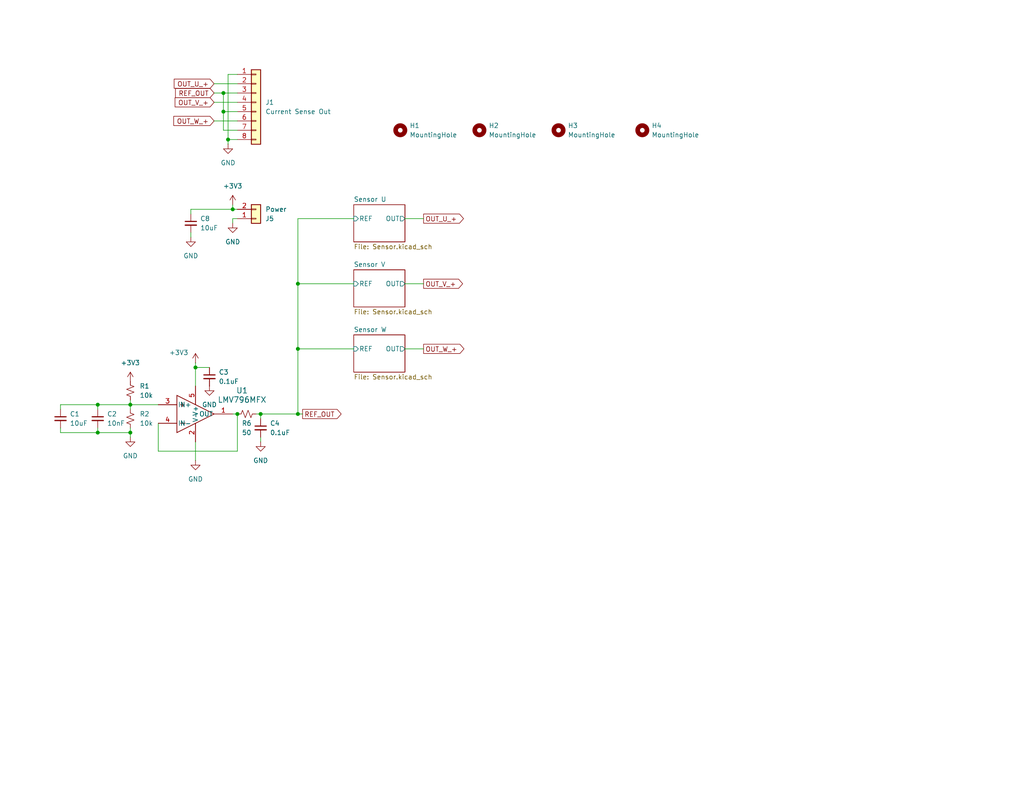
<source format=kicad_sch>
(kicad_sch (version 20250114) (generator "eeschema") (generator_version "9.0")
  (paper "USLetter")
  (lib_symbols
    (symbol "Connector_Generic:Conn_01x02" (pin_names (offset 1.016) (hide yes))
      (property "Reference" "J" (at 0 2.54 0))
      (property "Value" "Conn_01x02" (at 0 -5.08 0))
      (symbol "Conn_01x02_1_1"
        (rectangle (start -1.27 1.27) (end 1.27 -3.81) (stroke (width 0.254)) (fill (type background)))
        (rectangle (start -1.27 0.127) (end 0 -0.127) (stroke (width 0.1524)))
        (rectangle (start -1.27 -2.413) (end 0 -2.667) (stroke (width 0.1524)))
        (pin passive line (at -5.08 0 0) (length 3.81) (name "Pin_1") (number "1"))
        (pin passive line (at -5.08 -2.54 0) (length 3.81) (name "Pin_2") (number "2"))
      )
    )
    (symbol "Connector_Generic:Conn_01x08" (pin_names (offset 1.016) (hide yes))
      (property "Reference" "J" (at 0 10.16 0))
      (property "Value" "Conn_01x08" (at 0 -12.7 0))
      (symbol "Conn_01x08_1_1"
        (rectangle (start -1.27 8.89) (end 1.27 -11.43) (stroke (width 0.254)) (fill (type background)))
        (rectangle (start -1.27 7.747) (end 0 7.493) (stroke (width 0.1524)))
        (rectangle (start -1.27 5.207) (end 0 4.953) (stroke (width 0.1524)))
        (rectangle (start -1.27 2.667) (end 0 2.413) (stroke (width 0.1524)))
        (rectangle (start -1.27 0.127) (end 0 -0.127) (stroke (width 0.1524)))
        (rectangle (start -1.27 -2.413) (end 0 -2.667) (stroke (width 0.1524)))
        (rectangle (start -1.27 -4.953) (end 0 -5.207) (stroke (width 0.1524)))
        (rectangle (start -1.27 -7.493) (end 0 -7.747) (stroke (width 0.1524)))
        (rectangle (start -1.27 -10.033) (end 0 -10.287) (stroke (width 0.1524)))
        (pin passive line (at -5.08 7.62 0) (length 3.81) (name "Pin_1") (number "1"))
        (pin passive line (at -5.08 5.08 0) (length 3.81) (name "Pin_2") (number "2"))
        (pin passive line (at -5.08 2.54 0) (length 3.81) (name "Pin_3") (number "3"))
        (pin passive line (at -5.08 0 0) (length 3.81) (name "Pin_4") (number "4"))
        (pin passive line (at -5.08 -2.54 0) (length 3.81) (name "Pin_5") (number "5"))
        (pin passive line (at -5.08 -5.08 0) (length 3.81) (name "Pin_6") (number "6"))
        (pin passive line (at -5.08 -7.62 0) (length 3.81) (name "Pin_7") (number "7"))
        (pin passive line (at -5.08 -10.16 0) (length 3.81) (name "Pin_8") (number "8"))
      )
    )
    (symbol "Device:C_Small" (pin_numbers (hide yes)) (pin_names (offset 0.254) (hide yes))
      (property "Reference" "C" (at 0.254 1.778 0))
      (property "Value" "C_Small" (at 0.254 -2.032 0))
      (symbol "C_Small_0_1"
        (polyline (pts (xy -1.524 0.508) (xy 1.524 0.508)) (stroke (width 0.3048)))
        (polyline (pts (xy -1.524 -0.508) (xy 1.524 -0.508)) (stroke (width 0.3302)))
      )
      (symbol "C_Small_1_1"
        (pin passive line (at 0 2.54 270) (length 2.032) (name "~") (number "1"))
        (pin passive line (at 0 -2.54 90) (length 2.032) (name "~") (number "2"))
      )
    )
    (symbol "Device:R_Small_US" (pin_numbers (hide yes)) (pin_names (offset 0.254) (hide yes))
      (property "Reference" "R" (at 0.762 0.508 0))
      (property "Value" "R_Small_US" (at 0.762 -1.016 0))
      (symbol "R_Small_US_1_1"
        (polyline (pts (xy 0 1.524) (xy 1.016 1.143) (xy 0 0.762) (xy -1.016 0.381) (xy 0 0)))
        (polyline (pts (xy 0 0) (xy 1.016 -0.381) (xy 0 -0.762) (xy -1.016 -1.143) (xy 0 -1.524)))
        (pin passive line (at 0 2.54 270) (length 1.016) (name "~") (number "1"))
        (pin passive line (at 0 -2.54 90) (length 1.016) (name "~") (number "2"))
      )
    )
    (symbol "Mechanical:MountingHole" (pin_names (offset 1.016)) (in_bom no)
      (property "Reference" "H" (at 0 5.08 0))
      (property "Value" "MountingHole" (at 0 3.175 0))
      (symbol "MountingHole_0_1"
        (circle (center 0 0) (radius 1.27) (stroke (width 1.27)))
      )
    )
    (symbol "TLV9151:TLV9151IDBVR" (pin_names (offset 0.254))
      (property "Reference" "U" (at 0 2.54 0))
      (property "Value" "TLV9151IDBVR" (at 0 0 0))
      (symbol "TLV9151IDBVR_0_1"
        (polyline (pts (xy 5.08 2.54) (xy 15.24 -2.54)) (stroke (width 0.2032)))
        (polyline (pts (xy 5.08 -7.62) (xy 5.08 2.54)) (stroke (width 0.2032)))
        (polyline (pts (xy 5.08 -7.62) (xy 15.24 -2.54)) (stroke (width 0.2032)))
        (polyline (pts (xy 6.096 0) (xy 7.112 0)) (stroke (width 0.2032)))
        (polyline (pts (xy 6.096 -5.08) (xy 7.366 -5.08)) (stroke (width 0.2032)))
        (polyline (pts (xy 6.604 0.508) (xy 6.604 -0.508)) (stroke (width 0.2032)))
        (pin tri_state line (at 0 0 0) (length 5.08) (name "IN+") (number "3"))
        (pin tri_state line (at 0 -5.08 0) (length 5.08) (name "IN-") (number "4"))
        (pin power_in line (at 10.16 5.08 270) (length 5.08) (name "V+") (number "5"))
        (pin power_in line (at 10.16 -10.16 90) (length 5.08) (name "V-") (number "2"))
        (pin unspecified line (at 20.32 -2.54 180) (length 5.08) (name "OUT") (number "1"))
      )
    )
    (symbol "power:+3V3" (power) (pin_numbers (hide yes)) (pin_names (offset 0) (hide yes))
      (property "Value" "+3V3" (at 0 3.556 0))
      (symbol "+3V3_0_1"
        (polyline (pts (xy -0.762 1.27) (xy 0 2.54)))
        (polyline (pts (xy 0 2.54) (xy 0.762 1.27)))
        (polyline (pts (xy 0 0) (xy 0 2.54)))
      )
      (symbol "+3V3_1_1"
        (pin power_in line (at 0 0 90) (length 0) (name "~") (number "1"))
      )
    )
    (symbol "power:GND" (power) (pin_numbers (hide yes)) (pin_names (offset 0) (hide yes))
      (property "Value" "GND" (at 0 -3.81 0))
      (symbol "GND_0_1"
        (polyline (pts (xy 0 0) (xy 0 -1.27) (xy 1.27 -1.27) (xy 0 -2.54) (xy -1.27 -1.27) (xy 0 -1.27)))
      )
      (symbol "GND_1_1"
        (pin power_in line (at 0 0 270) (length 0) (name "~") (number "1"))
      )
    )
  )
  (junction (at 64.77 113.03))
  (junction (at 81.28 77.47))
  (junction (at 62.23 38.1))
  (junction (at 81.28 113.03))
  (junction (at 60.96 25.4))
  (junction (at 26.67 110.49))
  (junction (at 63.5 57.15))
  (junction (at 81.28 95.25))
  (junction (at 26.67 118.11))
  (junction (at 35.56 118.11))
  (junction (at 71.12 113.03))
  (junction (at 60.96 30.48))
  (junction (at 35.56 110.49))
  (junction (at 53.34 100.33))
  (wire (pts (xy 64.77 113.03) (xy 64.77 123.19)))
  (wire (pts (xy 16.51 118.11) (xy 26.67 118.11)))
  (wire (pts (xy 62.23 38.1) (xy 62.23 39.37)))
  (wire (pts (xy 58.42 33.02) (xy 64.77 33.02)))
  (wire (pts (xy 64.77 123.19) (xy 43.18 123.19)))
  (wire (pts (xy 63.5 55.88) (xy 63.5 57.15)))
  (wire (pts (xy 63.5 57.15) (xy 64.77 57.15)))
  (wire (pts (xy 26.67 118.11) (xy 26.67 116.84)))
  (wire (pts (xy 26.67 118.11) (xy 35.56 118.11)))
  (wire (pts (xy 16.51 111.76) (xy 16.51 110.49)))
  (wire (pts (xy 60.96 30.48) (xy 60.96 35.56)))
  (wire (pts (xy 60.96 35.56) (xy 64.77 35.56)))
  (wire (pts (xy 110.49 77.47) (xy 115.57 77.47)))
  (wire (pts (xy 96.52 59.69) (xy 81.28 59.69)))
  (wire (pts (xy 35.56 119.38) (xy 35.56 118.11)))
  (wire (pts (xy 60.96 25.4) (xy 64.77 25.4)))
  (wire (pts (xy 53.34 100.33) (xy 57.15 100.33)))
  (wire (pts (xy 35.56 110.49) (xy 43.18 110.49)))
  (wire (pts (xy 69.85 113.03) (xy 71.12 113.03)))
  (wire (pts (xy 58.42 22.86) (xy 64.77 22.86)))
  (wire (pts (xy 53.34 120.65) (xy 53.34 125.73)))
  (wire (pts (xy 43.18 123.19) (xy 43.18 115.57)))
  (wire (pts (xy 60.96 25.4) (xy 60.96 30.48)))
  (wire (pts (xy 110.49 95.25) (xy 115.57 95.25)))
  (wire (pts (xy 81.28 95.25) (xy 81.28 113.03)))
  (wire (pts (xy 62.23 20.32) (xy 62.23 38.1)))
  (wire (pts (xy 58.42 25.4) (xy 60.96 25.4)))
  (wire (pts (xy 52.07 57.15) (xy 63.5 57.15)))
  (wire (pts (xy 53.34 99.06) (xy 53.34 100.33)))
  (wire (pts (xy 71.12 114.3) (xy 71.12 113.03)))
  (wire (pts (xy 64.77 20.32) (xy 62.23 20.32)))
  (wire (pts (xy 53.34 100.33) (xy 53.34 105.41)))
  (wire (pts (xy 81.28 113.03) (xy 82.55 113.03)))
  (wire (pts (xy 62.23 38.1) (xy 64.77 38.1)))
  (wire (pts (xy 35.56 110.49) (xy 35.56 111.76)))
  (wire (pts (xy 16.51 116.84) (xy 16.51 118.11)))
  (wire (pts (xy 63.5 59.69) (xy 63.5 60.96)))
  (wire (pts (xy 35.56 109.22) (xy 35.56 110.49)))
  (wire (pts (xy 26.67 110.49) (xy 26.67 111.76)))
  (wire (pts (xy 60.96 30.48) (xy 64.77 30.48)))
  (wire (pts (xy 81.28 59.69) (xy 81.28 77.47)))
  (wire (pts (xy 71.12 119.38) (xy 71.12 120.65)))
  (wire (pts (xy 81.28 77.47) (xy 81.28 95.25)))
  (wire (pts (xy 81.28 77.47) (xy 96.52 77.47)))
  (wire (pts (xy 52.07 63.5) (xy 52.07 64.77)))
  (wire (pts (xy 26.67 110.49) (xy 35.56 110.49)))
  (wire (pts (xy 35.56 116.84) (xy 35.56 118.11)))
  (wire (pts (xy 81.28 95.25) (xy 96.52 95.25)))
  (wire (pts (xy 110.49 59.69) (xy 115.57 59.69)))
  (wire (pts (xy 16.51 110.49) (xy 26.67 110.49)))
  (wire (pts (xy 58.42 27.94) (xy 64.77 27.94)))
  (wire (pts (xy 52.07 58.42) (xy 52.07 57.15)))
  (wire (pts (xy 71.12 113.03) (xy 81.28 113.03)))
  (wire (pts (xy 64.77 59.69) (xy 63.5 59.69)))
  (wire (pts (xy 63.5 113.03) (xy 64.77 113.03)))
  (global_label "OUT_U_+" (shape input) (at 58.42 22.86 180) (property "Intersheetrefs" "${INTERSHEET_REFS}" (effects (hide yes))))
  (global_label "OUT_W_+" (shape input) (at 58.42 33.02 180) (property "Intersheetrefs" "${INTERSHEET_REFS}" (effects (hide yes))))
  (global_label "OUT_V_+" (shape output) (at 115.57 77.47 0) (property "Intersheetrefs" "${INTERSHEET_REFS}" (effects (hide yes))))
  (global_label "REF_OUT" (shape input) (at 58.42 25.4 180) (property "Intersheetrefs" "${INTERSHEET_REFS}" (effects (hide yes))))
  (global_label "OUT_V_+" (shape input) (at 58.42 27.94 180) (property "Intersheetrefs" "${INTERSHEET_REFS}" (effects (hide yes))))
  (global_label "OUT_U_+" (shape output) (at 115.57 59.69 0) (property "Intersheetrefs" "${INTERSHEET_REFS}" (effects (hide yes))))
  (global_label "OUT_W_+" (shape output) (at 115.57 95.25 0) (property "Intersheetrefs" "${INTERSHEET_REFS}" (effects (hide yes))))
  (global_label "REF_OUT" (shape output) (at 82.55 113.03 0) (property "Intersheetrefs" "${INTERSHEET_REFS}" (effects (hide yes))))
  (symbol (lib_id "power:+3V3") (at 63.5 55.88 0) (unit 1)
    (property "Reference" "#PWR017" (effects (hide yes)))
    (property "Value" "+3V3" (at 63.5 50.8 0))
    (property "Description" "Power symbol creates a global label with name \"+3V3\"" (effects (hide yes)))
  )
  (symbol (lib_id "Device:C_Small") (at 52.07 60.96 0) (unit 1)
    (property "Reference" "C8" (at 54.61 59.6962 0) (effects (justify left)))
    (property "Value" "10uF" (at 54.61 62.2362 0) (effects (justify left)))
    (property "Footprint" "Capacitor_SMD:C_0603_1608Metric" (effects (hide yes)))
    (property "Description" "Unpolarized capacitor, small symbol" (effects (hide yes)))
  )
  (symbol (lib_id "power:GND") (at 52.07 64.77 0) (unit 1)
    (property "Reference" "#PWR019" (effects (hide yes)))
    (property "Value" "GND" (at 52.07 69.85 0))
    (property "Description" "Power symbol creates a global label with name \"GND\" , ground" (effects (hide yes)))
  )
  (symbol (lib_id "Device:C_Small") (at 57.15 102.87 0) (unit 1)
    (property "Reference" "C3" (at 59.69 101.6062 0) (effects (justify left)))
    (property "Value" "0.1uF" (at 59.69 104.1462 0) (effects (justify left)))
    (property "Footprint" "Capacitor_SMD:C_0603_1608Metric" (effects (hide yes)))
    (property "Description" "Unpolarized capacitor, small symbol" (effects (hide yes)))
  )
  (symbol (lib_id "power:+3V3") (at 35.56 104.14 0) (unit 1)
    (property "Reference" "#PWR01" (effects (hide yes)))
    (property "Value" "+3V3" (at 35.56 99.06 0))
    (property "Description" "Power symbol creates a global label with name \"+3V3\"" (effects (hide yes)))
  )
  (symbol (lib_id "power:GND") (at 53.34 125.73 0) (unit 1)
    (property "Reference" "#PWR04" (effects (hide yes)))
    (property "Value" "GND" (at 53.34 130.81 0))
    (property "Description" "Power symbol creates a global label with name \"GND\" , ground" (effects (hide yes)))
  )
  (symbol (lib_id "Device:R_Small_US") (at 67.31 113.03 270) (unit 1)
    (property "Reference" "R6" (at 67.31 115.57 90))
    (property "Value" "50" (at 67.31 118.11 90))
    (property "Footprint" "Resistor_SMD:R_0603_1608Metric" (effects (hide yes)))
    (property "Description" "Resistor, small US symbol" (effects (hide yes)))
  )
  (symbol (lib_id "Mechanical:MountingHole") (at 175.26 35.56 0) (unit 1) (in_bom no)
    (property "Reference" "H4" (at 177.8 34.2899 0) (effects (justify left)))
    (property "Value" "MountingHole" (at 177.8 36.8299 0) (effects (justify left)))
    (property "Footprint" "MountingHole:MountingHole_2.2mm_M2" (effects (hide yes)))
    (property "Description" "Mounting Hole without connection" (effects (hide yes)))
  )
  (symbol (lib_id "Device:C_Small") (at 16.51 114.3 0) (unit 1)
    (property "Reference" "C1" (at 19.05 113.0362 0) (effects (justify left)))
    (property "Value" "10uF" (at 19.05 115.5762 0) (effects (justify left)))
    (property "Footprint" "Capacitor_SMD:C_0603_1608Metric" (effects (hide yes)))
    (property "Description" "Unpolarized capacitor, small symbol" (effects (hide yes)))
  )
  (symbol (lib_id "Device:C_Small") (at 26.67 114.3 0) (unit 1)
    (property "Reference" "C2" (at 29.21 113.0362 0) (effects (justify left)))
    (property "Value" "10nF" (at 29.21 115.5762 0) (effects (justify left)))
    (property "Footprint" "Capacitor_SMD:C_0603_1608Metric" (effects (hide yes)))
    (property "Description" "Unpolarized capacitor, small symbol" (effects (hide yes)))
  )
  (symbol (lib_id "power:GND") (at 63.5 60.96 0) (unit 1)
    (property "Reference" "#PWR018" (effects (hide yes)))
    (property "Value" "GND" (at 63.5 66.04 0))
    (property "Description" "Power symbol creates a global label with name \"GND\" , ground" (effects (hide yes)))
  )
  (symbol (lib_id "Mechanical:MountingHole") (at 152.4 35.56 0) (unit 1) (in_bom no)
    (property "Reference" "H3" (at 154.94 34.2899 0) (effects (justify left)))
    (property "Value" "MountingHole" (at 154.94 36.8299 0) (effects (justify left)))
    (property "Footprint" "MountingHole:MountingHole_2.2mm_M2" (effects (hide yes)))
    (property "Description" "Mounting Hole without connection" (effects (hide yes)))
  )
  (symbol (lib_id "Device:C_Small") (at 71.12 116.84 0) (unit 1)
    (property "Reference" "C4" (at 73.66 115.5762 0) (effects (justify left)))
    (property "Value" "0.1uF" (at 73.66 118.1162 0) (effects (justify left)))
    (property "Footprint" "Capacitor_SMD:C_0603_1608Metric" (effects (hide yes)))
    (property "Description" "Unpolarized capacitor, small symbol" (effects (hide yes)))
  )
  (symbol (lib_id "power:GND") (at 57.15 105.41 0) (unit 1)
    (property "Reference" "#PWR05" (effects (hide yes)))
    (property "Value" "GND" (at 57.15 110.49 0))
    (property "Description" "Power symbol creates a global label with name \"GND\" , ground" (effects (hide yes)))
  )
  (symbol (lib_id "power:GND") (at 62.23 39.37 0) (mirror y) (unit 1)
    (property "Reference" "#PWR06" (effects (hide yes)))
    (property "Value" "GND" (at 62.23 44.45 0))
    (property "Description" "Power symbol creates a global label with name \"GND\" , ground" (effects (hide yes)))
  )
  (symbol (lib_id "Connector_Generic:Conn_01x08") (at 69.85 27.94 0) (unit 1)
    (property "Reference" "J1" (at 72.4055 27.9399 0) (effects (justify left)))
    (property "Value" "Current Sense Out" (at 72.4055 30.4799 0) (effects (justify left)))
    (property "Footprint" "Connector_JST:JST_PH_B8B-PH-K_1x08_P2.00mm_Vertical" (effects (hide yes)))
    (property "Description" "Generic connector, single row, 01x08, script generated (kicad-library-utils/schlib/autogen/connector/)" (effects (hide yes)))
  )
  (symbol (lib_id "power:GND") (at 71.12 120.65 0) (unit 1)
    (property "Reference" "#PWR07" (effects (hide yes)))
    (property "Value" "GND" (at 71.12 125.73 0))
    (property "Description" "Power symbol creates a global label with name \"GND\" , ground" (effects (hide yes)))
  )
  (symbol (lib_id "Device:R_Small_US") (at 35.56 114.3 180) (unit 1)
    (property "Reference" "R2" (at 38.1 113.0299 0) (effects (justify right)))
    (property "Value" "10k" (at 38.1 115.5699 0) (effects (justify right)))
    (property "Footprint" "Resistor_SMD:R_0603_1608Metric" (effects (hide yes)))
    (property "Description" "Resistor, small US symbol" (effects (hide yes)))
  )
  (symbol (lib_id "Mechanical:MountingHole") (at 109.22 35.56 0) (unit 1) (in_bom no)
    (property "Reference" "H1" (at 111.76 34.2899 0) (effects (justify left)))
    (property "Value" "MountingHole" (at 111.76 36.8299 0) (effects (justify left)))
    (property "Footprint" "MountingHole:MountingHole_2.2mm_M2" (effects (hide yes)))
    (property "Description" "Mounting Hole without connection" (effects (hide yes)))
  )
  (symbol (lib_id "power:GND") (at 35.56 119.38 0) (unit 1)
    (property "Reference" "#PWR02" (effects (hide yes)))
    (property "Value" "GND" (at 35.56 124.46 0))
    (property "Description" "Power symbol creates a global label with name \"GND\" , ground" (effects (hide yes)))
  )
  (symbol (lib_id "Device:R_Small_US") (at 35.56 106.68 180) (unit 1)
    (property "Reference" "R1" (at 38.1 105.4099 0) (effects (justify right)))
    (property "Value" "10k" (at 38.1 107.9499 0) (effects (justify right)))
    (property "Footprint" "Resistor_SMD:R_0603_1608Metric" (effects (hide yes)))
    (property "Description" "Resistor, small US symbol" (effects (hide yes)))
  )
  (symbol (lib_id "power:+3V3") (at 53.34 99.06 0) (unit 1)
    (property "Reference" "#PWR03" (effects (hide yes)))
    (property "Value" "+3V3" (at 48.768 96.266 0))
    (property "Description" "Power symbol creates a global label with name \"+3V3\"" (effects (hide yes)))
  )
  (symbol (lib_id "Mechanical:MountingHole") (at 130.81 35.56 0) (unit 1) (in_bom no)
    (property "Reference" "H2" (at 133.35 34.2899 0) (effects (justify left)))
    (property "Value" "MountingHole" (at 133.35 36.8299 0) (effects (justify left)))
    (property "Footprint" "MountingHole:MountingHole_2.2mm_M2" (effects (hide yes)))
    (property "Description" "Mounting Hole without connection" (effects (hide yes)))
  )
  (symbol (lib_id "TLV9151:TLV9151IDBVR") (at 43.18 110.49 0) (unit 1)
    (property "Reference" "U1" (at 66.04 106.6098 0) (effects (font (size 1.524 1.524))))
    (property "Value" "LMV796MFX" (at 66.04 109.1498 0) (effects (font (size 1.524 1.524))))
    (property "Footprint" "TLV9151:DBV0005A-MFG" (effects (hide yes)))
    (property "Datasheet" "TLV9151IDBVR" (effects (hide yes)))
  )
  (symbol (lib_id "Connector_Generic:Conn_01x02") (at 69.85 59.69 0) (mirror x) (unit 1)
    (property "Reference" "J5" (at 72.39 59.6901 0) (effects (justify left)))
    (property "Value" "Power" (at 72.39 57.1501 0) (effects (justify left)))
    (property "Footprint" "Connector_Molex:Molex_KK-254_AE-6410-02A_1x02_P2.54mm_Vertical" (effects (hide yes)))
    (property "Description" "Generic connector, single row, 01x02, script generated (kicad-library-utils/schlib/autogen/connector/)" (effects (hide yes)))
  )
  (sheet (at 96.52 55.88) (size 13.97 10.16) (stroke (width 0.1524))
    (property "Sheetname" "Sensor U" (at 96.52 55.1684 0) (effects (justify left bottom)))
    (property "Sheetfile" "Sensor.kicad_sch" (at 96.52 66.6246 0) (effects (justify left top)))
    (pin "OUT" output (at 110.49 59.69 0))
    (pin "REF" input (at 96.52 59.69 180))
  )
  (sheet (at 96.52 73.66) (size 13.97 10.16) (stroke (width 0.1524))
    (property "Sheetname" "Sensor V" (at 96.52 72.9484 0) (effects (justify left bottom)))
    (property "Sheetfile" "Sensor.kicad_sch" (at 96.52 84.4046 0) (effects (justify left top)))
    (pin "OUT" output (at 110.49 77.47 0))
    (pin "REF" input (at 96.52 77.47 180))
  )
  (sheet (at 96.52 91.44) (size 13.97 10.16) (stroke (width 0.1524))
    (property "Sheetname" "Sensor W" (at 96.52 90.7284 0) (effects (justify left bottom)))
    (property "Sheetfile" "Sensor.kicad_sch" (at 96.52 102.1846 0) (effects (justify left top)))
    (pin "OUT" output (at 110.49 95.25 0))
    (pin "REF" input (at 96.52 95.25 180))
  )
)
</source>
